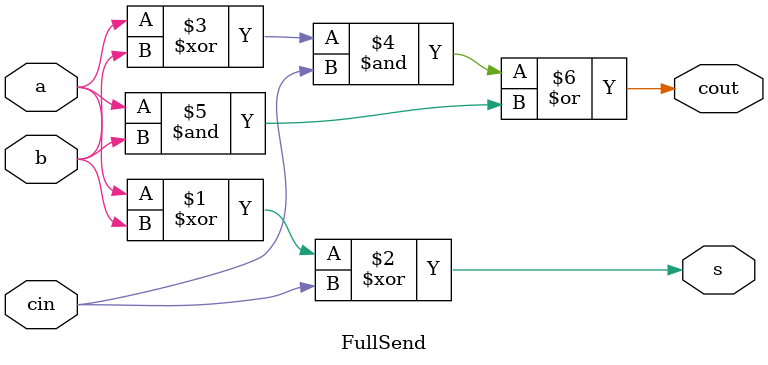
<source format=v>
`timescale 1ns / 1ps

//one full bit adder

module FullSend(
    input a,
    input b,
    input cin,
    output s,
    output cout
    );
    
    assign s = a ^ b ^ cin;
    assign cout = ((a ^ b) & cin) | (a & b);
   
endmodule

</source>
